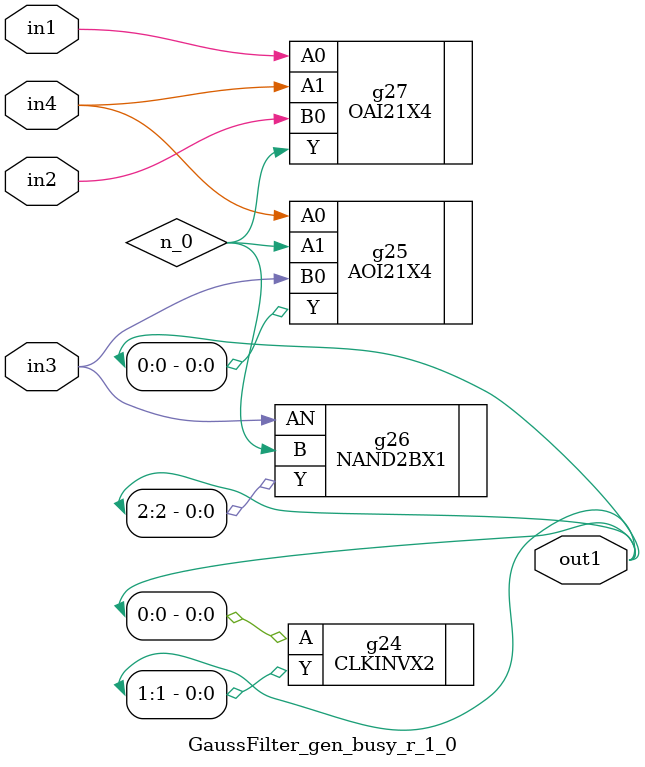
<source format=v>
`timescale 1ps / 1ps


module GaussFilter_gen_busy_r_1_0(in1, in2, in3, in4, out1);
  input in1, in2, in3, in4;
  output [2:0] out1;
  wire in1, in2, in3, in4;
  wire [2:0] out1;
  wire n_0;
  CLKINVX2 g24(.A (out1[0]), .Y (out1[1]));
  AOI21X4 g25(.A0 (in4), .A1 (n_0), .B0 (in3), .Y (out1[0]));
  NAND2BX1 g26(.AN (in3), .B (n_0), .Y (out1[2]));
  OAI21X4 g27(.A0 (in1), .A1 (in4), .B0 (in2), .Y (n_0));
endmodule



</source>
